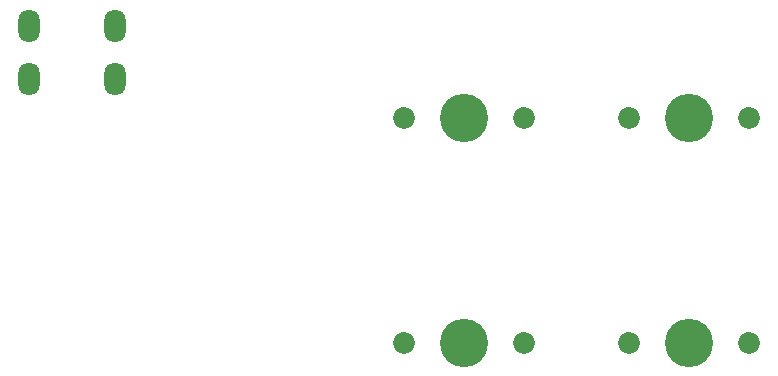
<source format=gbr>
%TF.GenerationSoftware,KiCad,Pcbnew,(5.1.6)-1*%
%TF.CreationDate,2020-08-29T20:45:41-05:00*%
%TF.ProjectId,je03-pcb-guide,6a653033-2d70-4636-922d-67756964652e,rev?*%
%TF.SameCoordinates,Original*%
%TF.FileFunction,Soldermask,Top*%
%TF.FilePolarity,Negative*%
%FSLAX46Y46*%
G04 Gerber Fmt 4.6, Leading zero omitted, Abs format (unit mm)*
G04 Created by KiCad (PCBNEW (5.1.6)-1) date 2020-08-29 20:45:41*
%MOMM*%
%LPD*%
G01*
G04 APERTURE LIST*
%ADD10O,1.800000X2.800000*%
%ADD11C,1.850000*%
%ADD12C,4.087800*%
G04 APERTURE END LIST*
D10*
%TO.C,USB1*%
X60028000Y-81098000D03*
X67328000Y-81098000D03*
X67328000Y-85598000D03*
X60028000Y-85598000D03*
%TD*%
D11*
%TO.C,MX4*%
X120967500Y-107950000D03*
X110807500Y-107950000D03*
D12*
X115887500Y-107950000D03*
%TD*%
D11*
%TO.C,MX3*%
X101917500Y-107950000D03*
X91757500Y-107950000D03*
D12*
X96837500Y-107950000D03*
%TD*%
D11*
%TO.C,MX2*%
X120967500Y-88900000D03*
X110807500Y-88900000D03*
D12*
X115887500Y-88900000D03*
%TD*%
D11*
%TO.C,MX1*%
X101917500Y-88900000D03*
X91757500Y-88900000D03*
D12*
X96837500Y-88900000D03*
%TD*%
M02*

</source>
